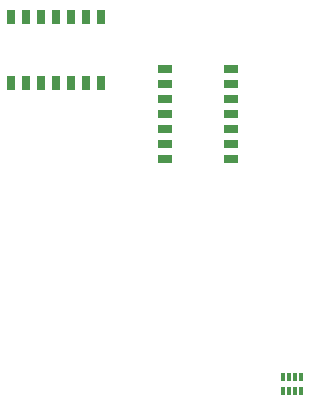
<source format=gbp>
G04 (created by PCBNEW (2013-mar-13)-testing) date Tue 15 Oct 2013 19:00:41 BST*
%MOIN*%
G04 Gerber Fmt 3.4, Leading zero omitted, Abs format*
%FSLAX34Y34*%
G01*
G70*
G90*
G04 APERTURE LIST*
%ADD10C,0.005906*%
%ADD11R,0.050000X0.025000*%
%ADD12R,0.025000X0.050000*%
%ADD13R,0.011800X0.025600*%
G04 APERTURE END LIST*
G54D10*
G54D11*
X24879Y-11807D03*
X24879Y-12307D03*
X24879Y-12807D03*
X24879Y-13307D03*
X24879Y-13807D03*
X24879Y-14307D03*
X24879Y-14807D03*
X22679Y-14807D03*
X22679Y-14307D03*
X22679Y-13807D03*
X22679Y-13307D03*
X22679Y-12807D03*
X22679Y-12307D03*
X22679Y-11807D03*
G54D12*
X20555Y-12281D03*
X20055Y-12281D03*
X19555Y-12281D03*
X19055Y-12281D03*
X18555Y-12281D03*
X18055Y-12281D03*
X17555Y-12281D03*
X17555Y-10081D03*
X18055Y-10081D03*
X18555Y-10081D03*
X19055Y-10081D03*
X19555Y-10081D03*
X20055Y-10081D03*
X20555Y-10081D03*
G54D13*
X26614Y-22075D03*
X26811Y-22075D03*
X27008Y-22075D03*
X27205Y-22075D03*
X27205Y-22528D03*
X27008Y-22528D03*
X26811Y-22528D03*
X26614Y-22528D03*
M02*

</source>
